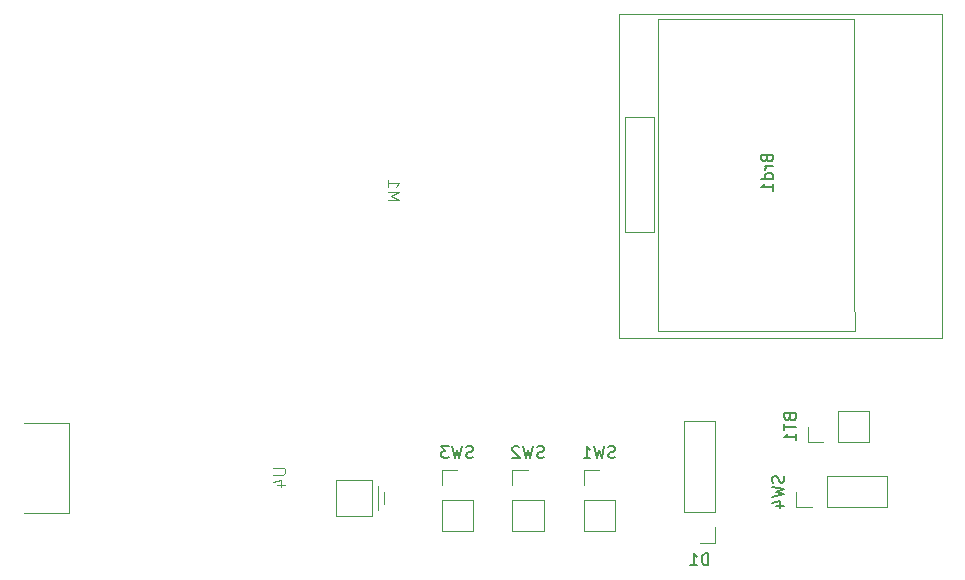
<source format=gbr>
%TF.GenerationSoftware,KiCad,Pcbnew,9.0.7*%
%TF.CreationDate,2026-02-02T22:52:16-08:00*%
%TF.ProjectId,TECHIN514 System Architecture Graph Lewis Liu,54454348-494e-4353-9134-205379737465,rev?*%
%TF.SameCoordinates,Original*%
%TF.FileFunction,Legend,Bot*%
%TF.FilePolarity,Positive*%
%FSLAX46Y46*%
G04 Gerber Fmt 4.6, Leading zero omitted, Abs format (unit mm)*
G04 Created by KiCad (PCBNEW 9.0.7) date 2026-02-02 22:52:16*
%MOMM*%
%LPD*%
G01*
G04 APERTURE LIST*
%ADD10C,0.150000*%
%ADD11C,0.100000*%
%ADD12C,0.120000*%
G04 APERTURE END LIST*
D10*
X144185009Y-65333333D02*
X144232628Y-65476190D01*
X144232628Y-65476190D02*
X144280247Y-65523809D01*
X144280247Y-65523809D02*
X144375485Y-65571428D01*
X144375485Y-65571428D02*
X144518342Y-65571428D01*
X144518342Y-65571428D02*
X144613580Y-65523809D01*
X144613580Y-65523809D02*
X144661200Y-65476190D01*
X144661200Y-65476190D02*
X144708819Y-65380952D01*
X144708819Y-65380952D02*
X144708819Y-65000000D01*
X144708819Y-65000000D02*
X143708819Y-65000000D01*
X143708819Y-65000000D02*
X143708819Y-65333333D01*
X143708819Y-65333333D02*
X143756438Y-65428571D01*
X143756438Y-65428571D02*
X143804057Y-65476190D01*
X143804057Y-65476190D02*
X143899295Y-65523809D01*
X143899295Y-65523809D02*
X143994533Y-65523809D01*
X143994533Y-65523809D02*
X144089771Y-65476190D01*
X144089771Y-65476190D02*
X144137390Y-65428571D01*
X144137390Y-65428571D02*
X144185009Y-65333333D01*
X144185009Y-65333333D02*
X144185009Y-65000000D01*
X144708819Y-66000000D02*
X144042152Y-66000000D01*
X144232628Y-66000000D02*
X144137390Y-66047619D01*
X144137390Y-66047619D02*
X144089771Y-66095238D01*
X144089771Y-66095238D02*
X144042152Y-66190476D01*
X144042152Y-66190476D02*
X144042152Y-66285714D01*
X144708819Y-67047619D02*
X143708819Y-67047619D01*
X144661200Y-67047619D02*
X144708819Y-66952381D01*
X144708819Y-66952381D02*
X144708819Y-66761905D01*
X144708819Y-66761905D02*
X144661200Y-66666667D01*
X144661200Y-66666667D02*
X144613580Y-66619048D01*
X144613580Y-66619048D02*
X144518342Y-66571429D01*
X144518342Y-66571429D02*
X144232628Y-66571429D01*
X144232628Y-66571429D02*
X144137390Y-66619048D01*
X144137390Y-66619048D02*
X144089771Y-66666667D01*
X144089771Y-66666667D02*
X144042152Y-66761905D01*
X144042152Y-66761905D02*
X144042152Y-66952381D01*
X144042152Y-66952381D02*
X144089771Y-67047619D01*
X144708819Y-68047619D02*
X144708819Y-67476191D01*
X144708819Y-67761905D02*
X143708819Y-67761905D01*
X143708819Y-67761905D02*
X143851676Y-67666667D01*
X143851676Y-67666667D02*
X143946914Y-67571429D01*
X143946914Y-67571429D02*
X143994533Y-67476191D01*
D11*
X112082580Y-68809523D02*
X113082580Y-68809523D01*
X113082580Y-68809523D02*
X112368295Y-68476190D01*
X112368295Y-68476190D02*
X113082580Y-68142857D01*
X113082580Y-68142857D02*
X112082580Y-68142857D01*
X112082580Y-67142857D02*
X112082580Y-67714285D01*
X112082580Y-67428571D02*
X113082580Y-67428571D01*
X113082580Y-67428571D02*
X112939723Y-67523809D01*
X112939723Y-67523809D02*
X112844485Y-67619047D01*
X112844485Y-67619047D02*
X112796866Y-67714285D01*
D10*
X146136009Y-87239285D02*
X146183628Y-87382142D01*
X146183628Y-87382142D02*
X146231247Y-87429761D01*
X146231247Y-87429761D02*
X146326485Y-87477380D01*
X146326485Y-87477380D02*
X146469342Y-87477380D01*
X146469342Y-87477380D02*
X146564580Y-87429761D01*
X146564580Y-87429761D02*
X146612200Y-87382142D01*
X146612200Y-87382142D02*
X146659819Y-87286904D01*
X146659819Y-87286904D02*
X146659819Y-86905952D01*
X146659819Y-86905952D02*
X145659819Y-86905952D01*
X145659819Y-86905952D02*
X145659819Y-87239285D01*
X145659819Y-87239285D02*
X145707438Y-87334523D01*
X145707438Y-87334523D02*
X145755057Y-87382142D01*
X145755057Y-87382142D02*
X145850295Y-87429761D01*
X145850295Y-87429761D02*
X145945533Y-87429761D01*
X145945533Y-87429761D02*
X146040771Y-87382142D01*
X146040771Y-87382142D02*
X146088390Y-87334523D01*
X146088390Y-87334523D02*
X146136009Y-87239285D01*
X146136009Y-87239285D02*
X146136009Y-86905952D01*
X145659819Y-87763095D02*
X145659819Y-88334523D01*
X146659819Y-88048809D02*
X145659819Y-88048809D01*
X146659819Y-89191666D02*
X146659819Y-88620238D01*
X146659819Y-88905952D02*
X145659819Y-88905952D01*
X145659819Y-88905952D02*
X145802676Y-88810714D01*
X145802676Y-88810714D02*
X145897914Y-88715476D01*
X145897914Y-88715476D02*
X145945533Y-88620238D01*
X125308332Y-90637200D02*
X125165475Y-90684819D01*
X125165475Y-90684819D02*
X124927380Y-90684819D01*
X124927380Y-90684819D02*
X124832142Y-90637200D01*
X124832142Y-90637200D02*
X124784523Y-90589580D01*
X124784523Y-90589580D02*
X124736904Y-90494342D01*
X124736904Y-90494342D02*
X124736904Y-90399104D01*
X124736904Y-90399104D02*
X124784523Y-90303866D01*
X124784523Y-90303866D02*
X124832142Y-90256247D01*
X124832142Y-90256247D02*
X124927380Y-90208628D01*
X124927380Y-90208628D02*
X125117856Y-90161009D01*
X125117856Y-90161009D02*
X125213094Y-90113390D01*
X125213094Y-90113390D02*
X125260713Y-90065771D01*
X125260713Y-90065771D02*
X125308332Y-89970533D01*
X125308332Y-89970533D02*
X125308332Y-89875295D01*
X125308332Y-89875295D02*
X125260713Y-89780057D01*
X125260713Y-89780057D02*
X125213094Y-89732438D01*
X125213094Y-89732438D02*
X125117856Y-89684819D01*
X125117856Y-89684819D02*
X124879761Y-89684819D01*
X124879761Y-89684819D02*
X124736904Y-89732438D01*
X124403570Y-89684819D02*
X124165475Y-90684819D01*
X124165475Y-90684819D02*
X123974999Y-89970533D01*
X123974999Y-89970533D02*
X123784523Y-90684819D01*
X123784523Y-90684819D02*
X123546428Y-89684819D01*
X123213094Y-89780057D02*
X123165475Y-89732438D01*
X123165475Y-89732438D02*
X123070237Y-89684819D01*
X123070237Y-89684819D02*
X122832142Y-89684819D01*
X122832142Y-89684819D02*
X122736904Y-89732438D01*
X122736904Y-89732438D02*
X122689285Y-89780057D01*
X122689285Y-89780057D02*
X122641666Y-89875295D01*
X122641666Y-89875295D02*
X122641666Y-89970533D01*
X122641666Y-89970533D02*
X122689285Y-90113390D01*
X122689285Y-90113390D02*
X123260713Y-90684819D01*
X123260713Y-90684819D02*
X122641666Y-90684819D01*
X131333332Y-90637200D02*
X131190475Y-90684819D01*
X131190475Y-90684819D02*
X130952380Y-90684819D01*
X130952380Y-90684819D02*
X130857142Y-90637200D01*
X130857142Y-90637200D02*
X130809523Y-90589580D01*
X130809523Y-90589580D02*
X130761904Y-90494342D01*
X130761904Y-90494342D02*
X130761904Y-90399104D01*
X130761904Y-90399104D02*
X130809523Y-90303866D01*
X130809523Y-90303866D02*
X130857142Y-90256247D01*
X130857142Y-90256247D02*
X130952380Y-90208628D01*
X130952380Y-90208628D02*
X131142856Y-90161009D01*
X131142856Y-90161009D02*
X131238094Y-90113390D01*
X131238094Y-90113390D02*
X131285713Y-90065771D01*
X131285713Y-90065771D02*
X131333332Y-89970533D01*
X131333332Y-89970533D02*
X131333332Y-89875295D01*
X131333332Y-89875295D02*
X131285713Y-89780057D01*
X131285713Y-89780057D02*
X131238094Y-89732438D01*
X131238094Y-89732438D02*
X131142856Y-89684819D01*
X131142856Y-89684819D02*
X130904761Y-89684819D01*
X130904761Y-89684819D02*
X130761904Y-89732438D01*
X130428570Y-89684819D02*
X130190475Y-90684819D01*
X130190475Y-90684819D02*
X129999999Y-89970533D01*
X129999999Y-89970533D02*
X129809523Y-90684819D01*
X129809523Y-90684819D02*
X129571428Y-89684819D01*
X128666666Y-90684819D02*
X129238094Y-90684819D01*
X128952380Y-90684819D02*
X128952380Y-89684819D01*
X128952380Y-89684819D02*
X129047618Y-89827676D01*
X129047618Y-89827676D02*
X129142856Y-89922914D01*
X129142856Y-89922914D02*
X129238094Y-89970533D01*
X119308332Y-90637200D02*
X119165475Y-90684819D01*
X119165475Y-90684819D02*
X118927380Y-90684819D01*
X118927380Y-90684819D02*
X118832142Y-90637200D01*
X118832142Y-90637200D02*
X118784523Y-90589580D01*
X118784523Y-90589580D02*
X118736904Y-90494342D01*
X118736904Y-90494342D02*
X118736904Y-90399104D01*
X118736904Y-90399104D02*
X118784523Y-90303866D01*
X118784523Y-90303866D02*
X118832142Y-90256247D01*
X118832142Y-90256247D02*
X118927380Y-90208628D01*
X118927380Y-90208628D02*
X119117856Y-90161009D01*
X119117856Y-90161009D02*
X119213094Y-90113390D01*
X119213094Y-90113390D02*
X119260713Y-90065771D01*
X119260713Y-90065771D02*
X119308332Y-89970533D01*
X119308332Y-89970533D02*
X119308332Y-89875295D01*
X119308332Y-89875295D02*
X119260713Y-89780057D01*
X119260713Y-89780057D02*
X119213094Y-89732438D01*
X119213094Y-89732438D02*
X119117856Y-89684819D01*
X119117856Y-89684819D02*
X118879761Y-89684819D01*
X118879761Y-89684819D02*
X118736904Y-89732438D01*
X118403570Y-89684819D02*
X118165475Y-90684819D01*
X118165475Y-90684819D02*
X117974999Y-89970533D01*
X117974999Y-89970533D02*
X117784523Y-90684819D01*
X117784523Y-90684819D02*
X117546428Y-89684819D01*
X117260713Y-89684819D02*
X116641666Y-89684819D01*
X116641666Y-89684819D02*
X116974999Y-90065771D01*
X116974999Y-90065771D02*
X116832142Y-90065771D01*
X116832142Y-90065771D02*
X116736904Y-90113390D01*
X116736904Y-90113390D02*
X116689285Y-90161009D01*
X116689285Y-90161009D02*
X116641666Y-90256247D01*
X116641666Y-90256247D02*
X116641666Y-90494342D01*
X116641666Y-90494342D02*
X116689285Y-90589580D01*
X116689285Y-90589580D02*
X116736904Y-90637200D01*
X116736904Y-90637200D02*
X116832142Y-90684819D01*
X116832142Y-90684819D02*
X117117856Y-90684819D01*
X117117856Y-90684819D02*
X117213094Y-90637200D01*
X117213094Y-90637200D02*
X117260713Y-90589580D01*
D11*
X102417419Y-91508095D02*
X103226942Y-91508095D01*
X103226942Y-91508095D02*
X103322180Y-91555714D01*
X103322180Y-91555714D02*
X103369800Y-91603333D01*
X103369800Y-91603333D02*
X103417419Y-91698571D01*
X103417419Y-91698571D02*
X103417419Y-91889047D01*
X103417419Y-91889047D02*
X103369800Y-91984285D01*
X103369800Y-91984285D02*
X103322180Y-92031904D01*
X103322180Y-92031904D02*
X103226942Y-92079523D01*
X103226942Y-92079523D02*
X102417419Y-92079523D01*
X102750752Y-92984285D02*
X103417419Y-92984285D01*
X102369800Y-92746190D02*
X103084085Y-92508095D01*
X103084085Y-92508095D02*
X103084085Y-93127142D01*
D10*
X145612200Y-92191667D02*
X145659819Y-92334524D01*
X145659819Y-92334524D02*
X145659819Y-92572619D01*
X145659819Y-92572619D02*
X145612200Y-92667857D01*
X145612200Y-92667857D02*
X145564580Y-92715476D01*
X145564580Y-92715476D02*
X145469342Y-92763095D01*
X145469342Y-92763095D02*
X145374104Y-92763095D01*
X145374104Y-92763095D02*
X145278866Y-92715476D01*
X145278866Y-92715476D02*
X145231247Y-92667857D01*
X145231247Y-92667857D02*
X145183628Y-92572619D01*
X145183628Y-92572619D02*
X145136009Y-92382143D01*
X145136009Y-92382143D02*
X145088390Y-92286905D01*
X145088390Y-92286905D02*
X145040771Y-92239286D01*
X145040771Y-92239286D02*
X144945533Y-92191667D01*
X144945533Y-92191667D02*
X144850295Y-92191667D01*
X144850295Y-92191667D02*
X144755057Y-92239286D01*
X144755057Y-92239286D02*
X144707438Y-92286905D01*
X144707438Y-92286905D02*
X144659819Y-92382143D01*
X144659819Y-92382143D02*
X144659819Y-92620238D01*
X144659819Y-92620238D02*
X144707438Y-92763095D01*
X144659819Y-93096429D02*
X145659819Y-93334524D01*
X145659819Y-93334524D02*
X144945533Y-93525000D01*
X144945533Y-93525000D02*
X145659819Y-93715476D01*
X145659819Y-93715476D02*
X144659819Y-93953572D01*
X144993152Y-94763095D02*
X145659819Y-94763095D01*
X144612200Y-94525000D02*
X145326485Y-94286905D01*
X145326485Y-94286905D02*
X145326485Y-94905952D01*
X139238094Y-99764819D02*
X139238094Y-98764819D01*
X139238094Y-98764819D02*
X138999999Y-98764819D01*
X138999999Y-98764819D02*
X138857142Y-98812438D01*
X138857142Y-98812438D02*
X138761904Y-98907676D01*
X138761904Y-98907676D02*
X138714285Y-99002914D01*
X138714285Y-99002914D02*
X138666666Y-99193390D01*
X138666666Y-99193390D02*
X138666666Y-99336247D01*
X138666666Y-99336247D02*
X138714285Y-99526723D01*
X138714285Y-99526723D02*
X138761904Y-99621961D01*
X138761904Y-99621961D02*
X138857142Y-99717200D01*
X138857142Y-99717200D02*
X138999999Y-99764819D01*
X138999999Y-99764819D02*
X139238094Y-99764819D01*
X137714285Y-99764819D02*
X138285713Y-99764819D01*
X137999999Y-99764819D02*
X137999999Y-98764819D01*
X137999999Y-98764819D02*
X138095237Y-98907676D01*
X138095237Y-98907676D02*
X138190475Y-99002914D01*
X138190475Y-99002914D02*
X138285713Y-99050533D01*
D12*
%TO.C,Brd1*%
X131700000Y-53100000D02*
X131700000Y-80500000D01*
X131700000Y-80500000D02*
X159000000Y-80500000D01*
X132189000Y-61801000D02*
X132189000Y-71580000D01*
X132189000Y-61801000D02*
X134602000Y-61801000D01*
X132189000Y-71580000D02*
X134602000Y-71580000D01*
X134602000Y-71580000D02*
X134602000Y-61801000D01*
X134983000Y-79962000D02*
X134995000Y-79708000D01*
X134995000Y-53522000D02*
X134995000Y-76622000D01*
X134995000Y-76622000D02*
X134995000Y-79708000D01*
X151595000Y-53522000D02*
X134995000Y-53522000D01*
X151595000Y-76622000D02*
X151595000Y-53522000D01*
X151595000Y-76622000D02*
X151620000Y-79962000D01*
X151620000Y-79962000D02*
X134983000Y-79962000D01*
X159000000Y-53100000D02*
X131700000Y-53100000D01*
X159000000Y-80500000D02*
X159000000Y-53100000D01*
%TO.C,BT1*%
X147645000Y-88025000D02*
X147645000Y-89355000D01*
X147645000Y-89355000D02*
X148975000Y-89355000D01*
X150245000Y-86695000D02*
X150245000Y-89355000D01*
X150245000Y-86695000D02*
X152845000Y-86695000D01*
X150245000Y-89355000D02*
X152845000Y-89355000D01*
X152845000Y-86695000D02*
X152845000Y-89355000D01*
%TO.C,SW2*%
X122645000Y-91670000D02*
X122645000Y-93000000D01*
X122645000Y-94270000D02*
X122645000Y-96870000D01*
X123975000Y-91670000D02*
X122645000Y-91670000D01*
X125305000Y-94270000D02*
X122645000Y-94270000D01*
X125305000Y-94270000D02*
X125305000Y-96870000D01*
X125305000Y-96870000D02*
X122645000Y-96870000D01*
%TO.C,SW1*%
X128670000Y-91670000D02*
X128670000Y-93000000D01*
X128670000Y-94270000D02*
X128670000Y-96870000D01*
X130000000Y-91670000D02*
X128670000Y-91670000D01*
X131330000Y-94270000D02*
X128670000Y-94270000D01*
X131330000Y-94270000D02*
X131330000Y-96870000D01*
X131330000Y-96870000D02*
X128670000Y-96870000D01*
%TO.C,SW3*%
X116645000Y-91670000D02*
X116645000Y-93000000D01*
X116645000Y-94270000D02*
X116645000Y-96870000D01*
X117975000Y-91670000D02*
X116645000Y-91670000D01*
X119305000Y-94270000D02*
X116645000Y-94270000D01*
X119305000Y-94270000D02*
X119305000Y-96870000D01*
X119305000Y-96870000D02*
X116645000Y-96870000D01*
D11*
%TO.C,U4*%
X81260000Y-87690000D02*
X85070000Y-87690000D01*
X85070000Y-87690000D02*
X85070000Y-95310000D01*
X85070000Y-95310000D02*
X81260000Y-95310000D01*
X107676000Y-92516000D02*
X107676000Y-95564000D01*
X107676000Y-95564000D02*
X110724000Y-95564000D01*
X110724000Y-92516000D02*
X107676000Y-92516000D01*
X110724000Y-95564000D02*
X110724000Y-92516000D01*
X111232000Y-93024000D02*
X111232000Y-95056000D01*
X111740000Y-93532000D02*
X111740000Y-94548000D01*
D12*
%TO.C,SW4*%
X146645000Y-93525000D02*
X146645000Y-94855000D01*
X146645000Y-94855000D02*
X147975000Y-94855000D01*
X149245000Y-92195000D02*
X149245000Y-94855000D01*
X149245000Y-92195000D02*
X154385000Y-92195000D01*
X149245000Y-94855000D02*
X154385000Y-94855000D01*
X154385000Y-92195000D02*
X154385000Y-94855000D01*
%TO.C,D1*%
X137170000Y-87590000D02*
X139830000Y-87590000D01*
X137170000Y-95270000D02*
X137170000Y-87590000D01*
X137170000Y-95270000D02*
X139830000Y-95270000D01*
X138500000Y-97870000D02*
X139830000Y-97870000D01*
X139830000Y-95270000D02*
X139830000Y-87590000D01*
X139830000Y-97870000D02*
X139830000Y-96540000D01*
%TD*%
M02*

</source>
